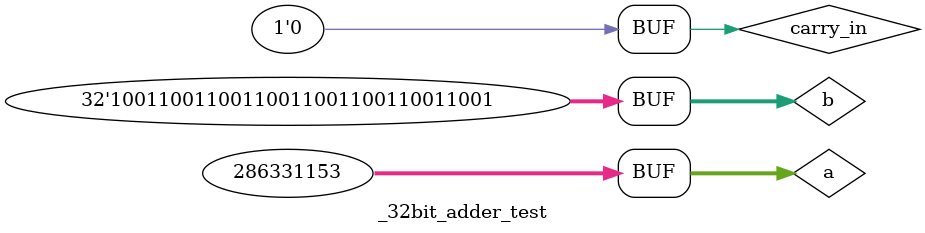
<source format=v>
`define DELAY 20
module _32bit_adder_test;
 // Inputs
 reg [31:0] a,b;
 reg carry_in;
 // Outputs
 wire [31:0] sum;
 wire carry_out;
 _32bit_adder adder32bit (sum[31:0],carry_out,a[31:0],b[31:0],carry_in);

initial begin
a[31:0] = 32'h11111111; b[31:0] = 32'h99999999;carry_in = 1'b0;
end
 
 
initial
begin
$monitor("time = %2d, a =%32h, b=%32h, answer=%32h,carry_out=%1b ,carry_in=%1b", $time, a, b, sum,carry_out,carry_in);
end
      
endmodule
</source>
